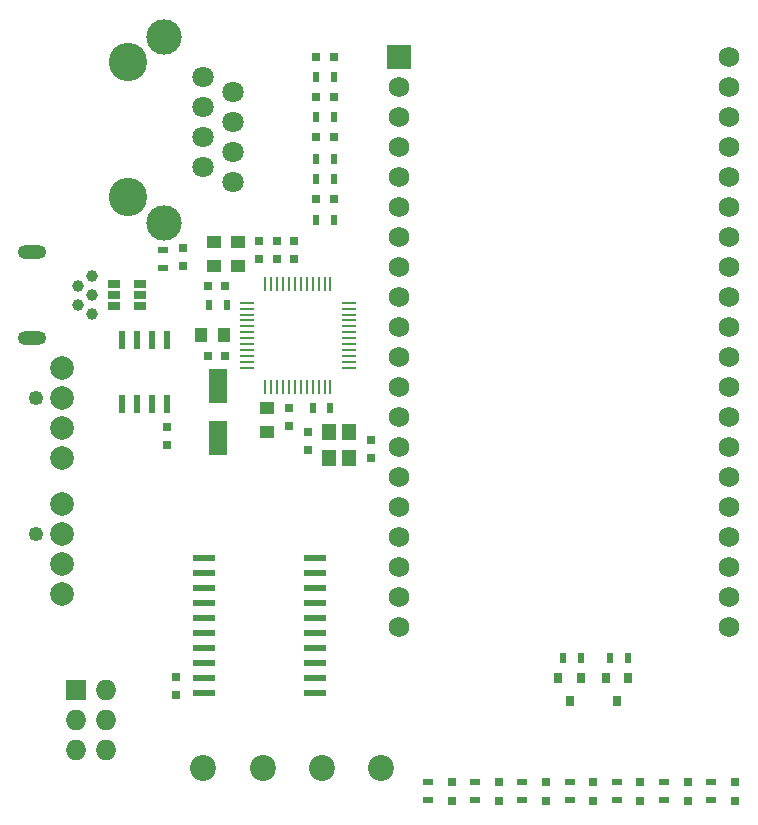
<source format=gbr>
%TF.GenerationSoftware,KiCad,Pcbnew,(5.99.0-10628-ga06f965ffa)*%
%TF.CreationDate,2021-11-10T20:23:20+01:00*%
%TF.ProjectId,16seg_Controller,31367365-675f-4436-9f6e-74726f6c6c65,1.0*%
%TF.SameCoordinates,Original*%
%TF.FileFunction,Soldermask,Top*%
%TF.FilePolarity,Negative*%
%FSLAX46Y46*%
G04 Gerber Fmt 4.6, Leading zero omitted, Abs format (unit mm)*
G04 Created by KiCad (PCBNEW (5.99.0-10628-ga06f965ffa)) date 2021-11-10 20:23:20*
%MOMM*%
%LPD*%
G01*
G04 APERTURE LIST*
%ADD10R,1.200000X1.400000*%
%ADD11R,0.500000X0.900000*%
%ADD12R,0.800000X0.900000*%
%ADD13R,1.060000X0.650000*%
%ADD14R,0.800000X0.750000*%
%ADD15C,1.250000*%
%ADD16C,2.000000*%
%ADD17R,0.600000X1.550000*%
%ADD18C,1.000000*%
%ADD19O,2.400000X1.200000*%
%ADD20R,0.800000X0.800000*%
%ADD21R,1.600000X3.000000*%
%ADD22R,0.900000X0.500000*%
%ADD23C,3.250000*%
%ADD24C,1.800000*%
%ADD25C,3.000000*%
%ADD26R,0.750000X0.800000*%
%ADD27R,1.727200X1.727200*%
%ADD28O,1.727200X1.727200*%
%ADD29R,1.000000X1.250000*%
%ADD30R,0.250000X1.300000*%
%ADD31R,1.300000X0.250000*%
%ADD32R,1.950000X0.600000*%
%ADD33R,1.250000X1.000000*%
%ADD34R,2.000000X2.000000*%
%ADD35C,1.750000*%
%ADD36C,2.200000*%
G04 APERTURE END LIST*
D10*
%TO.C,Y1*%
X89850000Y-96600000D03*
X89850000Y-98800000D03*
X88150000Y-98800000D03*
X88150000Y-96600000D03*
%TD*%
D11*
%TO.C,R11*%
X88550000Y-66500000D03*
X87050000Y-66500000D03*
%TD*%
D12*
%TO.C,Q2*%
X109450000Y-117400000D03*
X107550000Y-117400000D03*
X108500000Y-119400000D03*
%TD*%
D13*
%TO.C,D1*%
X69900000Y-84050000D03*
X69900000Y-85000000D03*
X69900000Y-85950000D03*
X72100000Y-85950000D03*
X72100000Y-85000000D03*
X72100000Y-84050000D03*
%TD*%
D14*
%TO.C,C11*%
X87050000Y-64800000D03*
X88550000Y-64800000D03*
%TD*%
D15*
%TO.C,J4*%
X63340000Y-105230000D03*
D16*
X65500000Y-110310000D03*
X65500000Y-107770000D03*
X65500000Y-105230000D03*
X65500000Y-102690000D03*
%TD*%
D17*
%TO.C,U1*%
X74405000Y-88800000D03*
X73135000Y-88800000D03*
X71865000Y-88800000D03*
X70595000Y-88800000D03*
X70595000Y-94200000D03*
X71865000Y-94200000D03*
X73135000Y-94200000D03*
X74405000Y-94200000D03*
%TD*%
D18*
%TO.C,J2*%
X68050000Y-83400000D03*
X66850000Y-84200000D03*
X68050000Y-85000000D03*
X66850000Y-85800000D03*
X68050000Y-86600000D03*
D19*
X63000000Y-88650000D03*
X63000000Y-81350000D03*
%TD*%
D20*
%TO.C,D2*%
X98500000Y-127800000D03*
X98500000Y-126200000D03*
%TD*%
D21*
%TO.C,C10*%
X78700000Y-92700000D03*
X78700000Y-97100000D03*
%TD*%
D20*
%TO.C,D8*%
X122500000Y-127800000D03*
X122500000Y-126200000D03*
%TD*%
D22*
%TO.C,R7*%
X108500000Y-127750000D03*
X108500000Y-126250000D03*
%TD*%
D23*
%TO.C,J6*%
X71100000Y-65285000D03*
X71100000Y-76715000D03*
D24*
X79990000Y-75445000D03*
X77450000Y-74175000D03*
X79990000Y-72905000D03*
X77450000Y-71635000D03*
X79990000Y-70365000D03*
X77450000Y-69095000D03*
X79990000Y-67825000D03*
X77450000Y-66555000D03*
D25*
X74150000Y-63125000D03*
X74150000Y-78875000D03*
%TD*%
D26*
%TO.C,C17*%
X91650000Y-98800000D03*
X91650000Y-97300000D03*
%TD*%
D20*
%TO.C,D5*%
X106500000Y-127800000D03*
X106500000Y-126200000D03*
%TD*%
D11*
%TO.C,R9*%
X88550000Y-78600000D03*
X87050000Y-78600000D03*
%TD*%
D22*
%TO.C,R6*%
X104500000Y-127750000D03*
X104500000Y-126250000D03*
%TD*%
D11*
%TO.C,R1*%
X113450000Y-115750000D03*
X111950000Y-115750000D03*
%TD*%
D22*
%TO.C,R4*%
X100500000Y-127750000D03*
X100500000Y-126250000D03*
%TD*%
D11*
%TO.C,R16*%
X88250000Y-94600000D03*
X86750000Y-94600000D03*
%TD*%
D27*
%TO.C,J5*%
X66730000Y-118460000D03*
D28*
X69270000Y-118460000D03*
X66730000Y-121000000D03*
X69270000Y-121000000D03*
X66730000Y-123540000D03*
X69270000Y-123540000D03*
%TD*%
D14*
%TO.C,C12*%
X87050000Y-71600000D03*
X88550000Y-71600000D03*
%TD*%
D11*
%TO.C,R12*%
X88550000Y-69900000D03*
X87050000Y-69900000D03*
%TD*%
D29*
%TO.C,C19*%
X79250000Y-88400000D03*
X77250000Y-88400000D03*
%TD*%
D11*
%TO.C,R17*%
X79500000Y-85800000D03*
X78000000Y-85800000D03*
%TD*%
D30*
%TO.C,U3*%
X88250000Y-84050000D03*
X87750000Y-84050000D03*
X87250000Y-84050000D03*
X86750000Y-84050000D03*
X86250000Y-84050000D03*
X85750000Y-84050000D03*
X85250000Y-84050000D03*
X84750000Y-84050000D03*
X84250000Y-84050000D03*
X83750000Y-84050000D03*
X83250000Y-84050000D03*
X82750000Y-84050000D03*
D31*
X81150000Y-85650000D03*
X81150000Y-86150000D03*
X81150000Y-86650000D03*
X81150000Y-87150000D03*
X81150000Y-87650000D03*
X81150000Y-88150000D03*
X81150000Y-88650000D03*
X81150000Y-89150000D03*
X81150000Y-89650000D03*
X81150000Y-90150000D03*
X81150000Y-90650000D03*
X81150000Y-91150000D03*
D30*
X82750000Y-92750000D03*
X83250000Y-92750000D03*
X83750000Y-92750000D03*
X84250000Y-92750000D03*
X84750000Y-92750000D03*
X85250000Y-92750000D03*
X85750000Y-92750000D03*
X86250000Y-92750000D03*
X86750000Y-92750000D03*
X87250000Y-92750000D03*
X87750000Y-92750000D03*
X88250000Y-92750000D03*
D31*
X89850000Y-91150000D03*
X89850000Y-90650000D03*
X89850000Y-90150000D03*
X89850000Y-89650000D03*
X89850000Y-89150000D03*
X89850000Y-88650000D03*
X89850000Y-88150000D03*
X89850000Y-87650000D03*
X89850000Y-87150000D03*
X89850000Y-86650000D03*
X89850000Y-86150000D03*
X89850000Y-85650000D03*
%TD*%
D11*
%TO.C,R10*%
X88550000Y-75200000D03*
X87050000Y-75200000D03*
%TD*%
D32*
%TO.C,U2*%
X86950000Y-118715000D03*
X86950000Y-117445000D03*
X86950000Y-116175000D03*
X86950000Y-114905000D03*
X86950000Y-113635000D03*
X86950000Y-112365000D03*
X86950000Y-111095000D03*
X86950000Y-109825000D03*
X86950000Y-108555000D03*
X86950000Y-107285000D03*
X77550000Y-107285000D03*
X77550000Y-108555000D03*
X77550000Y-109825000D03*
X77550000Y-111095000D03*
X77550000Y-112365000D03*
X77550000Y-113635000D03*
X77550000Y-114905000D03*
X77550000Y-116175000D03*
X77550000Y-117445000D03*
X77550000Y-118715000D03*
%TD*%
D26*
%TO.C,C1*%
X74400000Y-96150000D03*
X74400000Y-97650000D03*
%TD*%
D33*
%TO.C,C8*%
X82900000Y-94600000D03*
X82900000Y-96600000D03*
%TD*%
D26*
%TO.C,C2*%
X75150000Y-117350000D03*
X75150000Y-118850000D03*
%TD*%
D34*
%TO.C,A1*%
X94030000Y-64870000D03*
D35*
X94030000Y-67410000D03*
X94030000Y-69950000D03*
X94030000Y-72490000D03*
X94030000Y-75030000D03*
X94030000Y-77570000D03*
X94030000Y-80110000D03*
X94030000Y-82650000D03*
X94030000Y-85190000D03*
X94030000Y-87730000D03*
X94030000Y-90270000D03*
X94030000Y-92810000D03*
X94030000Y-95350000D03*
X94030000Y-97890000D03*
X94030000Y-100430000D03*
X94030000Y-102970000D03*
X94030000Y-105510000D03*
X94030000Y-108050000D03*
X94030000Y-110590000D03*
X94030000Y-113130000D03*
X121970000Y-113130000D03*
X121970000Y-110590000D03*
X121970000Y-108050000D03*
X121970000Y-105510000D03*
X121970000Y-102970000D03*
X121970000Y-100430000D03*
X121970000Y-97890000D03*
X121970000Y-95350000D03*
X121970000Y-92810000D03*
X121970000Y-90270000D03*
X121970000Y-87730000D03*
X121970000Y-85190000D03*
X121970000Y-82650000D03*
X121970000Y-80110000D03*
X121970000Y-77570000D03*
X121970000Y-75030000D03*
X121970000Y-72490000D03*
X121970000Y-69950000D03*
X121970000Y-67410000D03*
X121970000Y-64870000D03*
%TD*%
D33*
%TO.C,C3*%
X78400000Y-82500000D03*
X78400000Y-80500000D03*
%TD*%
D26*
%TO.C,C7*%
X85200000Y-81950000D03*
X85200000Y-80450000D03*
%TD*%
D15*
%TO.C,J3*%
X63340000Y-93730000D03*
D16*
X65500000Y-98810000D03*
X65500000Y-96270000D03*
X65500000Y-93730000D03*
X65500000Y-91190000D03*
%TD*%
D20*
%TO.C,D7*%
X118500000Y-127800000D03*
X118500000Y-126200000D03*
%TD*%
D36*
%TO.C,J1*%
X77500000Y-125000000D03*
X82500000Y-125000000D03*
X87500000Y-125000000D03*
X92500000Y-125000000D03*
%TD*%
D26*
%TO.C,C16*%
X86350000Y-98100000D03*
X86350000Y-96600000D03*
%TD*%
%TO.C,C9*%
X84700000Y-94600000D03*
X84700000Y-96100000D03*
%TD*%
%TO.C,C15*%
X75800000Y-81050000D03*
X75800000Y-82550000D03*
%TD*%
D14*
%TO.C,C13*%
X87050000Y-76900000D03*
X88550000Y-76900000D03*
%TD*%
D33*
%TO.C,C4*%
X80400000Y-82500000D03*
X80400000Y-80500000D03*
%TD*%
D20*
%TO.C,D6*%
X110500000Y-127800000D03*
X110500000Y-126200000D03*
%TD*%
D22*
%TO.C,R13*%
X74100000Y-81200000D03*
X74100000Y-82700000D03*
%TD*%
%TO.C,R3*%
X112500000Y-127750000D03*
X112500000Y-126250000D03*
%TD*%
D26*
%TO.C,C6*%
X83700000Y-81950000D03*
X83700000Y-80450000D03*
%TD*%
D20*
%TO.C,D3*%
X114500000Y-127800000D03*
X114500000Y-126200000D03*
%TD*%
D22*
%TO.C,R15*%
X120500000Y-127750000D03*
X120500000Y-126250000D03*
%TD*%
%TO.C,R14*%
X116500000Y-127750000D03*
X116500000Y-126250000D03*
%TD*%
D26*
%TO.C,C5*%
X82200000Y-81950000D03*
X82200000Y-80450000D03*
%TD*%
D11*
%TO.C,R5*%
X109450000Y-115750000D03*
X107950000Y-115750000D03*
%TD*%
D22*
%TO.C,R2*%
X96500000Y-127750000D03*
X96500000Y-126250000D03*
%TD*%
D20*
%TO.C,D4*%
X102500000Y-127800000D03*
X102500000Y-126200000D03*
%TD*%
D12*
%TO.C,Q1*%
X113450000Y-117400000D03*
X111550000Y-117400000D03*
X112500000Y-119400000D03*
%TD*%
D11*
%TO.C,R8*%
X88550000Y-73500000D03*
X87050000Y-73500000D03*
%TD*%
D14*
%TO.C,C14*%
X87050000Y-68200000D03*
X88550000Y-68200000D03*
%TD*%
%TO.C,L1*%
X77850000Y-84200000D03*
X79350000Y-84200000D03*
%TD*%
%TO.C,C18*%
X79350000Y-90150000D03*
X77850000Y-90150000D03*
%TD*%
M02*

</source>
